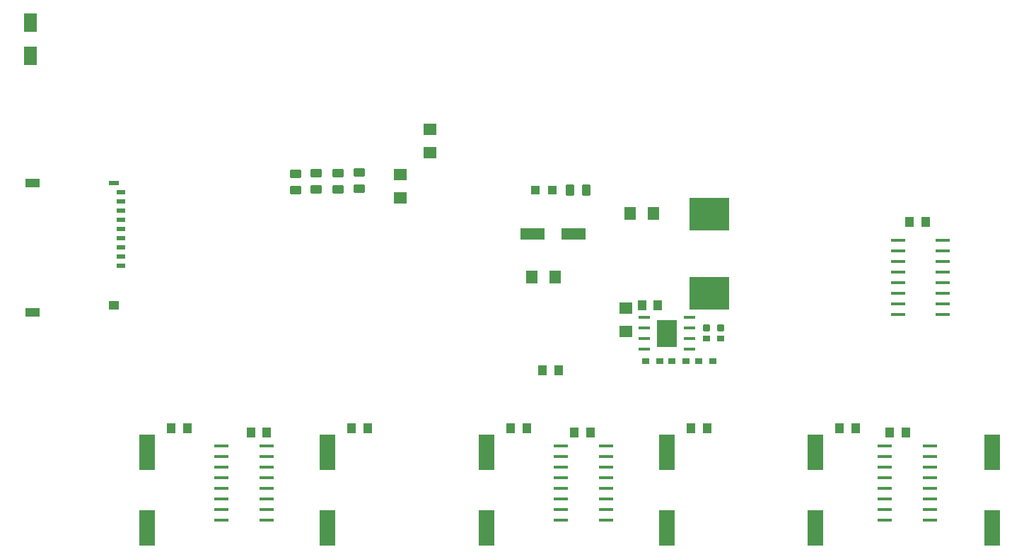
<source format=gbr>
G04 DipTrace 4.0.0.2*
G04 TopPaste.gbr*
%MOIN*%
G04 #@! TF.FileFunction,Paste,Top*
G04 #@! TF.Part,Single*
%AMOUTLINE2*
4,1,28,
-0.025722,0.027496,
0.025722,0.027496,
0.027386,0.027277,
0.028691,0.026736,
0.029813,0.025876,
0.030673,0.024754,
0.031214,0.023449,
0.031433,0.021785,
0.031433,-0.021785,
0.031214,-0.023449,
0.030673,-0.024754,
0.029813,-0.025876,
0.028691,-0.026736,
0.027386,-0.027277,
0.025722,-0.027496,
-0.025722,-0.027496,
-0.027386,-0.027277,
-0.028691,-0.026736,
-0.029813,-0.025876,
-0.030673,-0.024754,
-0.031214,-0.023449,
-0.031433,-0.021785,
-0.031433,0.021785,
-0.031214,0.023449,
-0.030673,0.024754,
-0.029813,0.025876,
-0.028691,0.026736,
-0.027386,0.027277,
-0.025722,0.027496,
0*%
%AMOUTLINE5*
4,1,28,
0.025722,-0.027496,
-0.025722,-0.027496,
-0.027386,-0.027277,
-0.028691,-0.026736,
-0.029813,-0.025876,
-0.030673,-0.024754,
-0.031214,-0.023449,
-0.031433,-0.021785,
-0.031433,0.021785,
-0.031214,0.023449,
-0.030673,0.024754,
-0.029813,0.025876,
-0.028691,0.026736,
-0.027386,0.027277,
-0.025722,0.027496,
0.025722,0.027496,
0.027386,0.027277,
0.028691,0.026736,
0.029813,0.025876,
0.030673,0.024754,
0.031214,0.023449,
0.031433,0.021785,
0.031433,-0.021785,
0.031214,-0.023449,
0.030673,-0.024754,
0.029813,-0.025876,
0.028691,-0.026736,
0.027386,-0.027277,
0.025722,-0.027496,
0*%
%AMOUTLINE8*
4,1,28,
-0.027496,-0.025722,
-0.027496,0.025722,
-0.027277,0.027386,
-0.026736,0.028691,
-0.025876,0.029813,
-0.024754,0.030673,
-0.023449,0.031214,
-0.021785,0.031433,
0.021785,0.031433,
0.023449,0.031214,
0.024754,0.030673,
0.025876,0.029813,
0.026736,0.028691,
0.027277,0.027386,
0.027496,0.025722,
0.027496,-0.025722,
0.027277,-0.027386,
0.026736,-0.028691,
0.025876,-0.029813,
0.024754,-0.030673,
0.023449,-0.031214,
0.021785,-0.031433,
-0.021785,-0.031433,
-0.023449,-0.031214,
-0.024754,-0.030673,
-0.025876,-0.029813,
-0.026736,-0.028691,
-0.027277,-0.027386,
-0.027496,-0.025722,
0*%
%AMOUTLINE11*
4,1,28,
-0.017654,-0.00958,
-0.017654,0.00958,
-0.017421,0.011346,
-0.016841,0.012747,
-0.015918,0.013949,
-0.014715,0.014872,
-0.013314,0.015453,
-0.011549,0.015685,
0.011549,0.015685,
0.013314,0.015453,
0.014715,0.014872,
0.015918,0.013949,
0.016841,0.012747,
0.017421,0.011346,
0.017654,0.00958,
0.017654,-0.00958,
0.017421,-0.011346,
0.016841,-0.012747,
0.015918,-0.013949,
0.014715,-0.014872,
0.013314,-0.015453,
0.011549,-0.015685,
-0.011549,-0.015685,
-0.013314,-0.015453,
-0.014715,-0.014872,
-0.015918,-0.013949,
-0.016841,-0.012747,
-0.017421,-0.011346,
-0.017654,-0.00958,
0*%
%AMOUTLINE14*
4,1,28,
0.019541,-0.021591,
-0.019541,-0.021591,
-0.021276,-0.021362,
-0.022648,-0.020794,
-0.023827,-0.01989,
-0.024731,-0.018711,
-0.025299,-0.017339,
-0.025528,-0.015604,
-0.025528,0.015604,
-0.025299,0.017339,
-0.024731,0.018711,
-0.023827,0.01989,
-0.022648,0.020794,
-0.021276,0.021362,
-0.019541,0.021591,
0.019541,0.021591,
0.021276,0.021362,
0.022648,0.020794,
0.023827,0.01989,
0.024731,0.018711,
0.025299,0.017339,
0.025528,0.015604,
0.025528,-0.015604,
0.025299,-0.017339,
0.024731,-0.018711,
0.023827,-0.01989,
0.022648,-0.020794,
0.021276,-0.021362,
0.019541,-0.021591,
0*%
%AMOUTLINE17*
4,1,28,
0.021591,0.019541,
0.021591,-0.019541,
0.021362,-0.021276,
0.020794,-0.022648,
0.01989,-0.023827,
0.018711,-0.024731,
0.017339,-0.025299,
0.015604,-0.025528,
-0.015604,-0.025528,
-0.017339,-0.025299,
-0.018711,-0.024731,
-0.01989,-0.023827,
-0.020794,-0.022648,
-0.021362,-0.021276,
-0.021591,-0.019541,
-0.021591,0.019541,
-0.021362,0.021276,
-0.020794,0.022648,
-0.01989,0.023827,
-0.018711,0.024731,
-0.017339,0.025299,
-0.015604,0.025528,
0.015604,0.025528,
0.017339,0.025299,
0.018711,0.024731,
0.01989,0.023827,
0.020794,0.022648,
0.021362,0.021276,
0.021591,0.019541,
0*%
%ADD66R,0.09515X0.130189*%
%ADD68R,0.054992X0.016016*%
%ADD70R,0.07074X0.015622*%
%ADD80R,0.047118X0.023496*%
%ADD82R,0.047118X0.039244*%
%ADD84R,0.07074X0.039244*%
%ADD86R,0.043181X0.019559*%
%ADD88R,0.035307X0.03137*%
%ADD92R,0.039244X0.039244*%
%ADD94R,0.186882X0.153417*%
%ADD100R,0.058929X0.090425*%
%ADD102R,0.054992X0.062866*%
%ADD104R,0.116016X0.054992*%
%ADD106R,0.074677X0.169165*%
%ADD108R,0.043181X0.051055*%
%ADD114OUTLINE2*%
%ADD117OUTLINE5*%
%ADD120OUTLINE8*%
%ADD123OUTLINE11*%
%ADD126OUTLINE14*%
%ADD129OUTLINE17*%
%FSLAX26Y26*%
G04*
G70*
G90*
G75*
G01*
G04 TopPaste*
%LPD*%
D108*
X1531500Y2369000D3*
X1606303D3*
X1156500Y2387749D3*
X1231303D3*
X2006500Y2387751D3*
X2081303D3*
X2756500D3*
X2831303D3*
X3606500D3*
X3681303D3*
X4306500D3*
X4381303D3*
X2981500Y2662751D3*
X2906697D3*
D114*
X2375249Y3799118D3*
Y3688882D3*
D108*
X3056500Y2369000D3*
X3131303D3*
D106*
X1044000Y1919000D3*
Y2273331D3*
D108*
X4544000Y2369000D3*
X4618803D3*
D106*
X1894000Y1919000D3*
Y2273331D3*
D108*
X4712652Y3362751D3*
X4637849D3*
D117*
X2237749Y3475249D3*
Y3585486D3*
D106*
X2644000Y1919000D3*
Y2273331D3*
D108*
X3375348Y2969000D3*
X3450151D3*
D114*
X3300251Y2955367D3*
Y2845131D3*
D104*
X3052955Y3306499D3*
X2860042D3*
D102*
X2855974Y3101908D3*
X2966210D3*
D120*
X3320133Y3400251D3*
X3430369D3*
D106*
X3494000Y1919000D3*
Y2273331D3*
D123*
X3679287Y2862748D3*
X3746217D3*
D106*
X4194000Y1919000D3*
Y2273331D3*
X5025251Y1919000D3*
Y2273331D3*
D100*
X494001Y4144000D3*
X493998Y4301480D3*
D94*
X3694000Y3025741D3*
Y3399757D3*
D92*
X2954088Y3512749D3*
X2871411D3*
D88*
X3641786Y2706499D3*
X3708715D3*
X3516786D3*
X3583715D3*
X3458717D3*
X3391787D3*
X3746214Y2812751D3*
X3679285D3*
D126*
X1744000Y3512848D3*
Y3587651D3*
X1840850Y3516047D3*
Y3590850D3*
X1942867Y3516047D3*
Y3590850D3*
X2044001Y3519098D3*
X2043999Y3593902D3*
D129*
X3112651Y3512749D3*
X3037848D3*
D86*
X919000Y3156500D3*
Y3199807D3*
Y3243114D3*
Y3286421D3*
Y3329728D3*
Y3373035D3*
Y3416343D3*
Y3459650D3*
Y3502957D3*
D84*
X503646Y2935240D3*
D82*
X885535Y2968311D3*
D80*
Y3546264D3*
D84*
X503646D3*
D70*
X1394000Y2306500D3*
Y2256500D3*
Y2206500D3*
Y2156500D3*
Y2106500D3*
Y2056500D3*
Y2006500D3*
Y1956500D3*
X1606598D3*
Y2006500D3*
Y2056500D3*
Y2106500D3*
Y2156500D3*
Y2206500D3*
Y2256500D3*
Y2306500D3*
X2994000D3*
Y2256500D3*
Y2206500D3*
Y2156500D3*
Y2106500D3*
Y2056500D3*
Y2006500D3*
Y1956500D3*
X3206598D3*
Y2006500D3*
Y2056500D3*
Y2106500D3*
Y2156500D3*
Y2206500D3*
Y2256500D3*
Y2306500D3*
X4519000D3*
Y2256500D3*
Y2206500D3*
Y2156500D3*
Y2106500D3*
Y2056500D3*
Y2006500D3*
Y1956500D3*
X4731598D3*
Y2006500D3*
Y2056500D3*
Y2106500D3*
Y2156500D3*
Y2206500D3*
Y2256500D3*
Y2306500D3*
X4581450Y3275249D3*
Y3225249D3*
Y3175249D3*
Y3125249D3*
Y3075249D3*
Y3025249D3*
Y2975249D3*
Y2925249D3*
X4794049D3*
Y2975249D3*
Y3025249D3*
Y3075249D3*
Y3125249D3*
Y3175249D3*
Y3225249D3*
Y3275249D3*
D68*
X3387702Y2911570D3*
Y2861570D3*
Y2811570D3*
Y2761570D3*
X3600301D3*
Y2811570D3*
Y2861570D3*
Y2911570D3*
D66*
X3494001Y2836570D3*
M02*

</source>
